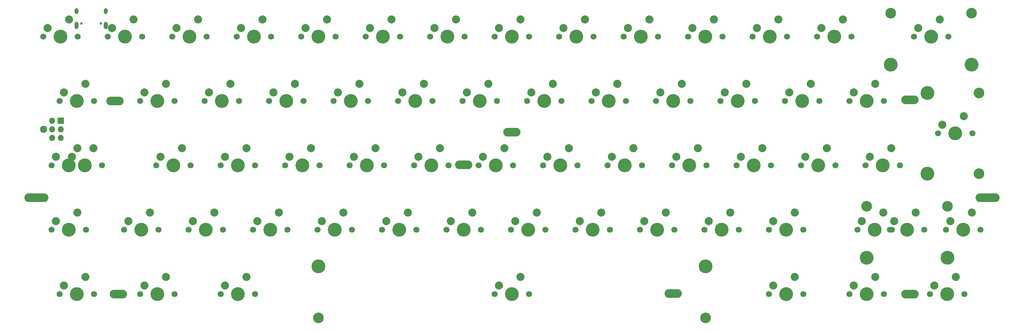
<source format=gbr>
G04 #@! TF.GenerationSoftware,KiCad,Pcbnew,(6.0.0)*
G04 #@! TF.CreationDate,2022-02-12T17:38:39+01:00*
G04 #@! TF.ProjectId,plain60-flex-edition,706c6169-6e36-4302-9d66-6c65782d6564,rev?*
G04 #@! TF.SameCoordinates,Original*
G04 #@! TF.FileFunction,Soldermask,Top*
G04 #@! TF.FilePolarity,Negative*
%FSLAX46Y46*%
G04 Gerber Fmt 4.6, Leading zero omitted, Abs format (unit mm)*
G04 Created by KiCad (PCBNEW (6.0.0)) date 2022-02-12 17:38:39*
%MOMM*%
%LPD*%
G01*
G04 APERTURE LIST*
G04 Aperture macros list*
%AMRoundRect*
0 Rectangle with rounded corners*
0 $1 Rounding radius*
0 $2 $3 $4 $5 $6 $7 $8 $9 X,Y pos of 4 corners*
0 Add a 4 corners polygon primitive as box body*
4,1,4,$2,$3,$4,$5,$6,$7,$8,$9,$2,$3,0*
0 Add four circle primitives for the rounded corners*
1,1,$1+$1,$2,$3*
1,1,$1+$1,$4,$5*
1,1,$1+$1,$6,$7*
1,1,$1+$1,$8,$9*
0 Add four rect primitives between the rounded corners*
20,1,$1+$1,$2,$3,$4,$5,0*
20,1,$1+$1,$4,$5,$6,$7,0*
20,1,$1+$1,$6,$7,$8,$9,0*
20,1,$1+$1,$8,$9,$2,$3,0*%
G04 Aperture macros list end*
%ADD10C,2.388000*%
%ADD11C,4.089800*%
%ADD12C,1.803800*%
%ADD13C,3.150000*%
%ADD14O,7.102000X2.602000*%
%ADD15O,5.102000X2.602000*%
%ADD16C,2.102000*%
%ADD17C,0.752000*%
%ADD18O,1.102000X2.202000*%
%ADD19O,1.102000X1.702000*%
%ADD20RoundRect,0.051000X0.850000X0.850000X-0.850000X0.850000X-0.850000X-0.850000X0.850000X-0.850000X0*%
%ADD21O,1.802000X1.802000*%
G04 APERTURE END LIST*
D10*
X19208750Y-42545000D03*
X12858750Y-45085000D03*
D11*
X16668750Y-47625000D03*
D12*
X11588750Y-47625000D03*
X21748750Y-47625000D03*
D10*
X93027500Y-61595000D03*
X86677500Y-64135000D03*
D12*
X85407500Y-66675000D03*
X95567500Y-66675000D03*
D11*
X90487500Y-66675000D03*
D10*
X226377500Y-80645000D03*
X220027500Y-83185000D03*
D12*
X218757500Y-85725000D03*
X228917500Y-85725000D03*
D11*
X223837500Y-85725000D03*
D10*
X16827500Y-80645000D03*
X10477500Y-83185000D03*
D12*
X19367500Y-85725000D03*
X9207500Y-85725000D03*
D11*
X14287500Y-85725000D03*
D10*
X78740000Y-23495000D03*
X72390000Y-26035000D03*
D12*
X71120000Y-28575000D03*
X81280000Y-28575000D03*
D11*
X76200000Y-28575000D03*
D10*
X97790000Y-23495000D03*
X91440000Y-26035000D03*
D12*
X90170000Y-28575000D03*
X100330000Y-28575000D03*
D11*
X95250000Y-28575000D03*
D10*
X154940000Y-23495000D03*
X148590000Y-26035000D03*
D12*
X157480000Y-28575000D03*
X147320000Y-28575000D03*
D11*
X152400000Y-28575000D03*
D10*
X173990000Y-23495000D03*
X167640000Y-26035000D03*
D11*
X171450000Y-28575000D03*
D12*
X176530000Y-28575000D03*
X166370000Y-28575000D03*
D10*
X40640000Y-23495000D03*
X34290000Y-26035000D03*
D11*
X38100000Y-28575000D03*
D12*
X33020000Y-28575000D03*
X43180000Y-28575000D03*
D10*
X135890000Y-23495000D03*
X129540000Y-26035000D03*
D12*
X128270000Y-28575000D03*
X138430000Y-28575000D03*
D11*
X133350000Y-28575000D03*
D10*
X116840000Y-23495000D03*
X110490000Y-26035000D03*
D11*
X114300000Y-28575000D03*
D12*
X109220000Y-28575000D03*
X119380000Y-28575000D03*
D10*
X59690000Y-23495000D03*
X53340000Y-26035000D03*
D12*
X52070000Y-28575000D03*
X62230000Y-28575000D03*
D11*
X57150000Y-28575000D03*
D10*
X16827500Y-23495000D03*
X10477500Y-26035000D03*
D11*
X14287500Y-28575000D03*
D12*
X9207500Y-28575000D03*
X19367500Y-28575000D03*
D13*
X254762000Y-2540000D03*
D11*
X266700000Y-9525000D03*
D13*
X278638000Y-2540000D03*
D12*
X261620000Y-9525000D03*
D11*
X278638000Y-17780000D03*
X254762000Y-17780000D03*
D12*
X271780000Y-9525000D03*
D10*
X269240000Y-4445000D03*
X262890000Y-6985000D03*
X145415000Y-4445000D03*
X139065000Y-6985000D03*
D12*
X147955000Y-9525000D03*
X137795000Y-9525000D03*
D11*
X142875000Y-9525000D03*
D10*
X183515000Y-4445000D03*
X177165000Y-6985000D03*
D12*
X186055000Y-9525000D03*
X175895000Y-9525000D03*
D11*
X180975000Y-9525000D03*
D10*
X88265000Y-4445000D03*
X81915000Y-6985000D03*
D12*
X80645000Y-9525000D03*
D11*
X85725000Y-9525000D03*
D12*
X90805000Y-9525000D03*
D10*
X240665000Y-4445000D03*
X234315000Y-6985000D03*
D12*
X233045000Y-9525000D03*
D11*
X238125000Y-9525000D03*
D12*
X243205000Y-9525000D03*
D10*
X221615000Y-4445000D03*
X215265000Y-6985000D03*
D11*
X219075000Y-9525000D03*
D12*
X224155000Y-9525000D03*
X213995000Y-9525000D03*
D10*
X202565000Y-4445000D03*
X196215000Y-6985000D03*
D12*
X205105000Y-9525000D03*
D11*
X200025000Y-9525000D03*
D12*
X194945000Y-9525000D03*
D10*
X164465000Y-4445000D03*
X158115000Y-6985000D03*
D12*
X167005000Y-9525000D03*
X156845000Y-9525000D03*
D11*
X161925000Y-9525000D03*
D10*
X126365000Y-4445000D03*
X120015000Y-6985000D03*
D12*
X128905000Y-9525000D03*
D11*
X123825000Y-9525000D03*
D12*
X118745000Y-9525000D03*
D10*
X107315000Y-4445000D03*
X100965000Y-6985000D03*
D11*
X104775000Y-9525000D03*
D12*
X99695000Y-9525000D03*
X109855000Y-9525000D03*
D10*
X69215000Y-4445000D03*
X62865000Y-6985000D03*
D12*
X71755000Y-9525000D03*
D11*
X66675000Y-9525000D03*
D12*
X61595000Y-9525000D03*
D10*
X31115000Y-4445000D03*
X24765000Y-6985000D03*
D12*
X33655000Y-9525000D03*
X23495000Y-9525000D03*
D11*
X28575000Y-9525000D03*
D10*
X12065000Y-4445000D03*
X5715000Y-6985000D03*
D11*
X9525000Y-9525000D03*
D12*
X4445000Y-9525000D03*
X14605000Y-9525000D03*
D10*
X50165000Y-4445000D03*
X43815000Y-6985000D03*
D11*
X47625000Y-9525000D03*
D12*
X42545000Y-9525000D03*
X52705000Y-9525000D03*
D10*
X40640000Y-80645000D03*
X34290000Y-83185000D03*
D12*
X43180000Y-85725000D03*
D11*
X38100000Y-85725000D03*
D12*
X33020000Y-85725000D03*
D10*
X150177500Y-61595000D03*
X143827500Y-64135000D03*
D12*
X152717500Y-66675000D03*
X142557500Y-66675000D03*
D11*
X147637500Y-66675000D03*
D10*
X252571460Y-61595056D03*
X246221460Y-64135056D03*
D12*
X244951460Y-66675056D03*
X255111460Y-66675056D03*
D11*
X250031460Y-66675056D03*
D10*
X14446250Y-42545000D03*
X8096250Y-45085000D03*
D12*
X16986250Y-47625000D03*
X6826250Y-47625000D03*
D11*
X11906250Y-47625000D03*
D10*
X226377500Y-61595000D03*
X220027500Y-64135000D03*
D11*
X223837500Y-66675000D03*
D12*
X228917500Y-66675000D03*
X218757500Y-66675000D03*
D10*
X169227500Y-61595000D03*
X162877500Y-64135000D03*
D12*
X171767500Y-66675000D03*
D11*
X166687500Y-66675000D03*
D12*
X161607500Y-66675000D03*
D10*
X207327500Y-61595000D03*
X200977500Y-64135000D03*
D12*
X209867500Y-66675000D03*
D11*
X204787500Y-66675000D03*
D12*
X199707500Y-66675000D03*
D10*
X131127500Y-61595000D03*
X124777500Y-64135000D03*
D12*
X123507500Y-66675000D03*
D11*
X128587500Y-66675000D03*
D12*
X133667500Y-66675000D03*
D10*
X188277500Y-61595000D03*
X181927500Y-64135000D03*
D12*
X190817500Y-66675000D03*
D11*
X185737500Y-66675000D03*
D12*
X180657500Y-66675000D03*
D10*
X14446250Y-61595000D03*
X8096250Y-64135000D03*
D12*
X6826250Y-66675000D03*
X16986250Y-66675000D03*
D11*
X11906250Y-66675000D03*
D10*
X250190000Y-23495000D03*
X243840000Y-26035000D03*
D12*
X252730000Y-28575000D03*
X242570000Y-28575000D03*
D11*
X247650000Y-28575000D03*
D10*
X54927500Y-61595000D03*
X48577500Y-64135000D03*
D12*
X47307500Y-66675000D03*
D11*
X52387500Y-66675000D03*
D12*
X57467500Y-66675000D03*
D10*
X193040000Y-23495000D03*
X186690000Y-26035000D03*
D12*
X195580000Y-28575000D03*
D11*
X190500000Y-28575000D03*
D12*
X185420000Y-28575000D03*
D10*
X121602500Y-42545000D03*
X115252500Y-45085000D03*
D12*
X124142500Y-47625000D03*
D11*
X119062500Y-47625000D03*
D12*
X113982500Y-47625000D03*
D10*
X64452500Y-42545000D03*
X58102500Y-45085000D03*
D12*
X66992500Y-47625000D03*
X56832500Y-47625000D03*
D11*
X61912500Y-47625000D03*
D10*
X278765000Y-61595000D03*
X272415000Y-64135000D03*
D12*
X271145000Y-66675000D03*
D11*
X276225000Y-66675000D03*
D12*
X281305000Y-66675000D03*
D10*
X178752500Y-42545000D03*
X172402500Y-45085000D03*
D12*
X171132500Y-47625000D03*
X181292500Y-47625000D03*
D11*
X176212500Y-47625000D03*
D10*
X231140000Y-23495000D03*
X224790000Y-26035000D03*
D12*
X223520000Y-28575000D03*
X233680000Y-28575000D03*
D11*
X228600000Y-28575000D03*
D10*
X64452500Y-80645000D03*
X58102500Y-83185000D03*
D12*
X56832500Y-85725000D03*
D11*
X61912500Y-85725000D03*
D12*
X66992500Y-85725000D03*
D10*
X83502500Y-42545000D03*
X77152500Y-45085000D03*
D12*
X86042500Y-47625000D03*
X75882500Y-47625000D03*
D11*
X80962500Y-47625000D03*
D10*
X35877500Y-61595000D03*
X29527500Y-64135000D03*
D11*
X33337500Y-66675000D03*
D12*
X38417500Y-66675000D03*
X28257500Y-66675000D03*
D10*
X254952500Y-42545000D03*
X248602500Y-45085000D03*
D11*
X252412500Y-47625000D03*
D12*
X257492500Y-47625000D03*
X247332500Y-47625000D03*
D10*
X159702500Y-42545000D03*
X153352500Y-45085000D03*
D11*
X157162500Y-47625000D03*
D12*
X162242500Y-47625000D03*
X152082500Y-47625000D03*
D10*
X102552500Y-42545000D03*
X96202500Y-45085000D03*
D12*
X94932500Y-47625000D03*
D11*
X100012500Y-47625000D03*
D12*
X105092500Y-47625000D03*
D10*
X45402500Y-42545000D03*
X39052500Y-45085000D03*
D12*
X47942500Y-47625000D03*
D11*
X42862500Y-47625000D03*
D12*
X37782500Y-47625000D03*
D10*
X197802500Y-42545000D03*
X191452500Y-45085000D03*
D12*
X190182500Y-47625000D03*
D11*
X195262500Y-47625000D03*
D12*
X200342500Y-47625000D03*
D10*
X235902500Y-42545000D03*
X229552500Y-45085000D03*
D12*
X228282500Y-47625000D03*
X238442500Y-47625000D03*
D11*
X233362500Y-47625000D03*
D10*
X216852500Y-42545000D03*
X210502500Y-45085000D03*
D11*
X214312500Y-47625000D03*
D12*
X209232500Y-47625000D03*
X219392500Y-47625000D03*
D10*
X212090000Y-23495000D03*
X205740000Y-26035000D03*
D12*
X204470000Y-28575000D03*
D11*
X209550000Y-28575000D03*
D12*
X214630000Y-28575000D03*
D10*
X140652500Y-42545000D03*
X134302500Y-45085000D03*
D12*
X143192500Y-47625000D03*
X133032500Y-47625000D03*
D11*
X138112500Y-47625000D03*
D10*
X112077500Y-61595000D03*
X105727500Y-64135000D03*
D11*
X109537500Y-66675000D03*
D12*
X114617500Y-66675000D03*
X104457500Y-66675000D03*
D10*
X250190000Y-80645000D03*
X243840000Y-83185000D03*
D12*
X242570000Y-85725000D03*
X252730000Y-85725000D03*
D11*
X247650000Y-85725000D03*
D10*
X73977500Y-61595000D03*
X67627500Y-64135000D03*
D12*
X66357500Y-66675000D03*
D11*
X71437500Y-66675000D03*
D12*
X76517500Y-66675000D03*
D10*
X274002728Y-80645072D03*
X267652728Y-83185072D03*
D12*
X276542728Y-85725072D03*
D11*
X271462728Y-85725072D03*
D12*
X266382728Y-85725072D03*
D14*
X2381252Y-57125000D03*
X283368988Y-57125000D03*
D10*
X262096468Y-61595000D03*
X255746468Y-64135000D03*
D11*
X247618468Y-74930000D03*
X271494468Y-74930000D03*
D13*
X271494468Y-59690000D03*
D12*
X264636468Y-66675000D03*
X254476468Y-66675000D03*
D11*
X259556468Y-66675000D03*
D13*
X247618468Y-59690000D03*
D15*
X26625000Y-85725072D03*
X142875000Y-37750000D03*
X260430000Y-85725072D03*
X260425000Y-28227050D03*
X25600000Y-28575024D03*
X128587608Y-47425040D03*
X190500160Y-85525000D03*
D11*
X85693250Y-77470000D03*
D13*
X85693250Y-92710000D03*
X200056750Y-92710000D03*
D11*
X200056750Y-77470000D03*
D10*
X145415000Y-80645000D03*
X139065000Y-83185000D03*
D12*
X147955000Y-85725000D03*
D11*
X142875000Y-85725000D03*
D12*
X137795000Y-85725000D03*
D13*
X280828980Y-50038000D03*
D11*
X265588980Y-50038000D03*
X265588980Y-26162000D03*
D12*
X278923980Y-38100000D03*
D13*
X280828980Y-26162000D03*
D11*
X273843980Y-38100000D03*
D12*
X268763980Y-38100000D03*
D10*
X270033980Y-35560000D03*
X276383980Y-33020000D03*
D16*
X4524382Y-36909406D03*
D17*
X15678000Y-5630000D03*
X21458000Y-5630000D03*
D18*
X22888000Y-6160000D03*
X14248000Y-6160000D03*
D19*
X22888000Y-1980000D03*
X14248000Y-1980000D03*
D20*
X9604382Y-34369406D03*
D21*
X7064382Y-34369406D03*
X9604382Y-36909406D03*
X7064382Y-36909406D03*
X9604382Y-39449406D03*
X7064382Y-39449406D03*
G36*
X23440919Y-6450850D02*
G01*
X23460596Y-6517865D01*
X23512939Y-6563220D01*
X23581492Y-6573077D01*
X23644565Y-6544272D01*
X23666258Y-6515531D01*
X23668099Y-6514751D01*
X23669696Y-6515956D01*
X23669624Y-6517667D01*
X23663744Y-6528844D01*
X23599056Y-6737171D01*
X23573417Y-6953795D01*
X23581368Y-7075106D01*
X23580483Y-7076900D01*
X23578487Y-7077031D01*
X23577380Y-7075411D01*
X23576195Y-7061871D01*
X23550856Y-6997089D01*
X23494761Y-6956470D01*
X23425609Y-6952627D01*
X23365167Y-6986886D01*
X23352960Y-7001644D01*
X23343464Y-7015156D01*
X23341650Y-7015998D01*
X23340014Y-7014848D01*
X23340128Y-7012952D01*
X23389519Y-6933291D01*
X23431109Y-6790136D01*
X23437000Y-6709922D01*
X23437000Y-6451413D01*
X23438000Y-6449681D01*
X23440000Y-6449681D01*
X23440919Y-6450850D01*
G37*
M02*

</source>
